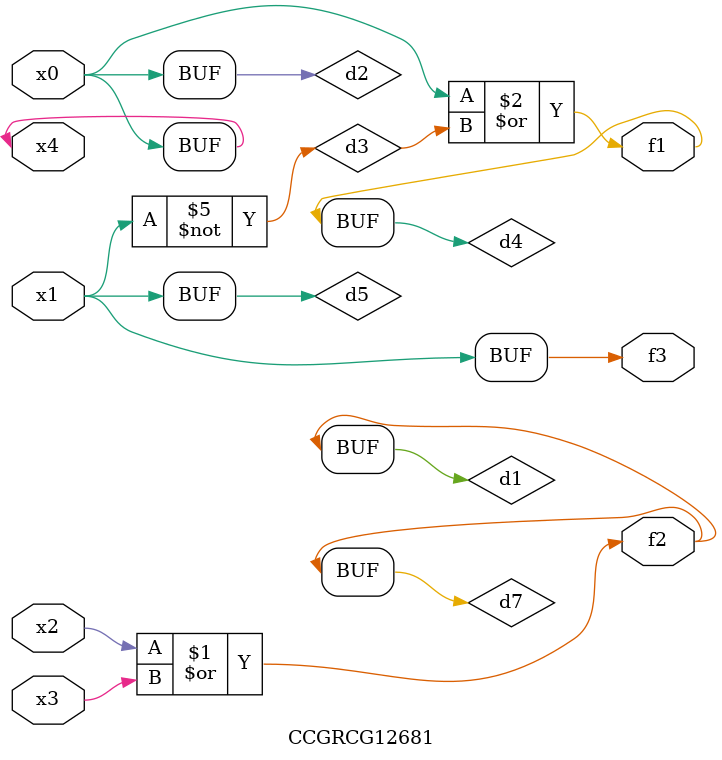
<source format=v>
module CCGRCG12681(
	input x0, x1, x2, x3, x4,
	output f1, f2, f3
);

	wire d1, d2, d3, d4, d5, d6, d7;

	or (d1, x2, x3);
	buf (d2, x0, x4);
	not (d3, x1);
	or (d4, d2, d3);
	not (d5, d3);
	nand (d6, d1, d3);
	or (d7, d1);
	assign f1 = d4;
	assign f2 = d7;
	assign f3 = d5;
endmodule

</source>
